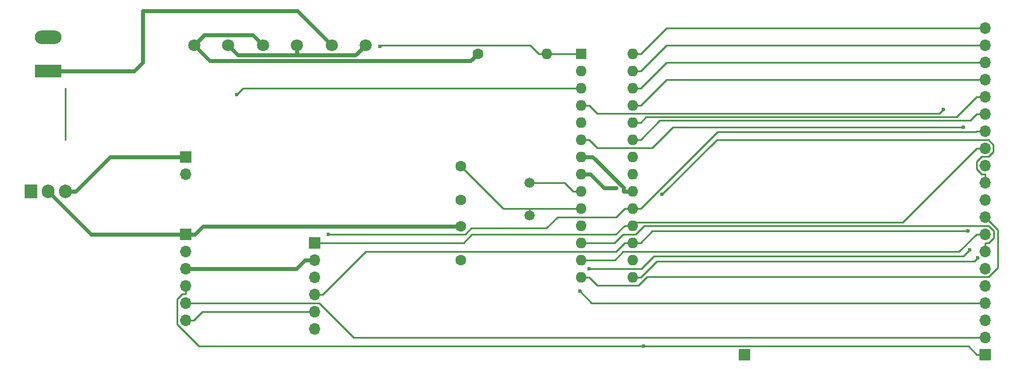
<source format=gbr>
G04 #@! TF.FileFunction,Copper,L1,Top,Signal*
%FSLAX46Y46*%
G04 Gerber Fmt 4.6, Leading zero omitted, Abs format (unit mm)*
G04 Created by KiCad (PCBNEW 4.0.7) date 05/27/25 23:51:34*
%MOMM*%
%LPD*%
G01*
G04 APERTURE LIST*
%ADD10C,0.100000*%
%ADD11R,1.700000X1.700000*%
%ADD12O,1.700000X1.700000*%
%ADD13C,1.800000*%
%ADD14C,1.600000*%
%ADD15R,3.960000X1.980000*%
%ADD16O,3.960000X1.980000*%
%ADD17R,1.600000X1.600000*%
%ADD18O,1.600000X1.600000*%
%ADD19R,1.905000X2.000000*%
%ADD20O,1.905000X2.000000*%
%ADD21C,1.500000*%
%ADD22C,0.600000*%
%ADD23C,0.250000*%
%ADD24C,0.600000*%
G04 APERTURE END LIST*
D10*
D11*
X185420000Y-152400000D03*
X102870000Y-123190000D03*
D12*
X102870000Y-125730000D03*
D13*
X114300000Y-106680000D03*
X119300000Y-106680000D03*
X124460000Y-106680000D03*
X129460000Y-106680000D03*
X104140000Y-106680000D03*
X109140000Y-106680000D03*
D14*
X143510000Y-138430000D03*
X143510000Y-133430000D03*
X143510000Y-129540000D03*
X143510000Y-124540000D03*
D15*
X82550000Y-110490000D03*
D16*
X82550000Y-105490000D03*
D17*
X161290000Y-107950000D03*
D18*
X168910000Y-140970000D03*
X161290000Y-110490000D03*
X168910000Y-138430000D03*
X161290000Y-113030000D03*
X168910000Y-135890000D03*
X161290000Y-115570000D03*
X168910000Y-133350000D03*
X161290000Y-118110000D03*
X168910000Y-130810000D03*
X161290000Y-120650000D03*
X168910000Y-128270000D03*
X161290000Y-123190000D03*
X168910000Y-125730000D03*
X161290000Y-125730000D03*
X168910000Y-123190000D03*
X161290000Y-128270000D03*
X168910000Y-120650000D03*
X161290000Y-130810000D03*
X168910000Y-118110000D03*
X161290000Y-133350000D03*
X168910000Y-115570000D03*
X161290000Y-135890000D03*
X168910000Y-113030000D03*
X161290000Y-138430000D03*
X168910000Y-110490000D03*
X161290000Y-140970000D03*
X168910000Y-107950000D03*
D19*
X80010000Y-128270000D03*
D20*
X82550000Y-128270000D03*
X85090000Y-128270000D03*
D11*
X121920000Y-135890000D03*
D12*
X121920000Y-138430000D03*
X121920000Y-140970000D03*
X121920000Y-143510000D03*
X121920000Y-146050000D03*
X121920000Y-148590000D03*
D21*
X153670000Y-127000000D03*
X153670000Y-131880000D03*
D11*
X220980000Y-152400000D03*
D12*
X220980000Y-149860000D03*
X220980000Y-147320000D03*
X220980000Y-144780000D03*
X220980000Y-142240000D03*
X220980000Y-139700000D03*
X220980000Y-137160000D03*
X220980000Y-134620000D03*
X220980000Y-132080000D03*
X220980000Y-129540000D03*
X220980000Y-127000000D03*
X220980000Y-124460000D03*
X220980000Y-121920000D03*
X220980000Y-119380000D03*
X220980000Y-116840000D03*
X220980000Y-114300000D03*
X220980000Y-111760000D03*
X220980000Y-109220000D03*
X220980000Y-106680000D03*
X220980000Y-104140000D03*
D14*
X146050000Y-107950000D03*
D18*
X156210000Y-107950000D03*
D11*
X102870000Y-134620000D03*
D12*
X102870000Y-137160000D03*
X102870000Y-139700000D03*
X102870000Y-142240000D03*
X102870000Y-144780000D03*
X102870000Y-147320000D03*
D22*
X166455800Y-127813500D03*
X131580400Y-106891900D03*
X219882400Y-138109000D03*
X170513400Y-151166100D03*
X173289200Y-128761600D03*
X110440300Y-113969700D03*
X218484700Y-134144400D03*
X214789300Y-116205000D03*
X161124100Y-143071200D03*
X124000900Y-134663100D03*
X217770700Y-118784000D03*
X218699600Y-136956000D03*
X162485500Y-139743500D03*
D23*
X85090000Y-114300000D02*
X85090000Y-113030000D01*
X85090000Y-113030000D02*
X85090000Y-120650000D01*
D24*
X168910000Y-128270000D02*
X167558100Y-128270000D01*
X161290000Y-123190000D02*
X162641900Y-123190000D01*
X91674400Y-123190000D02*
X102870000Y-123190000D01*
X86594400Y-128270000D02*
X91674400Y-123190000D01*
X85090000Y-128270000D02*
X86594400Y-128270000D01*
X119248100Y-139700000D02*
X120518100Y-138430000D01*
X102870000Y-139700000D02*
X119248100Y-139700000D01*
X121920000Y-138430000D02*
X120518100Y-138430000D01*
X106477100Y-109017100D02*
X104140000Y-106680000D01*
X144982900Y-109017100D02*
X106477100Y-109017100D01*
X146050000Y-107950000D02*
X144982900Y-109017100D01*
X112814600Y-105194600D02*
X114300000Y-106680000D01*
X105625400Y-105194600D02*
X112814600Y-105194600D01*
X104140000Y-106680000D02*
X105625400Y-105194600D01*
X163037100Y-123190000D02*
X162641900Y-123190000D01*
X167558100Y-127711000D02*
X163037100Y-123190000D01*
X167558100Y-128270000D02*
X167558100Y-127711000D01*
X88900000Y-134620000D02*
X82550000Y-128270000D01*
X102870000Y-134620000D02*
X88900000Y-134620000D01*
X105461900Y-133430000D02*
X104271900Y-134620000D01*
X143510000Y-133430000D02*
X105461900Y-133430000D01*
X102870000Y-134620000D02*
X104271900Y-134620000D01*
X119300000Y-106680000D02*
X119300000Y-108162700D01*
X127977300Y-108162700D02*
X119300000Y-108162700D01*
X129460000Y-106680000D02*
X127977300Y-108162700D01*
X110622700Y-108162700D02*
X109140000Y-106680000D01*
X119300000Y-108162700D02*
X110622700Y-108162700D01*
X164725400Y-127813500D02*
X162641900Y-125730000D01*
X166455800Y-127813500D02*
X164725400Y-127813500D01*
X161290000Y-125730000D02*
X162641900Y-125730000D01*
X82550000Y-110490000D02*
X95250000Y-110490000D01*
X119380000Y-101600000D02*
X124460000Y-106680000D01*
X96520000Y-101600000D02*
X119380000Y-101600000D01*
X96520000Y-109220000D02*
X96520000Y-101600000D01*
X95250000Y-110490000D02*
X96520000Y-109220000D01*
D23*
X158843100Y-127000000D02*
X160113100Y-128270000D01*
X153670000Y-127000000D02*
X158843100Y-127000000D01*
X161290000Y-128270000D02*
X160113100Y-128270000D01*
X161290000Y-130810000D02*
X160113100Y-130810000D01*
X149780000Y-130810000D02*
X153670000Y-130810000D01*
X143510000Y-124540000D02*
X149780000Y-130810000D01*
X153670000Y-130810000D02*
X160113100Y-130810000D01*
X153670000Y-131880000D02*
X153670000Y-130810000D01*
X156210000Y-107950000D02*
X161290000Y-107950000D01*
X105366900Y-146050000D02*
X104096900Y-147320000D01*
X121920000Y-146050000D02*
X105366900Y-146050000D01*
X102870000Y-147320000D02*
X104096900Y-147320000D01*
X153815900Y-106732800D02*
X155033100Y-107950000D01*
X131739500Y-106732800D02*
X153815900Y-106732800D01*
X131580400Y-106891900D02*
X131739500Y-106732800D01*
X156210000Y-107950000D02*
X155033100Y-107950000D01*
X131580400Y-106891900D02*
X131739500Y-106732800D01*
X131739500Y-106732800D02*
X131580400Y-106891900D01*
X168910000Y-140970000D02*
X170086900Y-140970000D01*
X219380500Y-138610900D02*
X219882400Y-138109000D01*
X172446000Y-138610900D02*
X219380500Y-138610900D01*
X170086900Y-140970000D02*
X172446000Y-138610900D01*
X218519200Y-151166100D02*
X170513400Y-151166100D01*
X219753100Y-152400000D02*
X218519200Y-151166100D01*
X220980000Y-152400000D02*
X219753100Y-152400000D01*
X104877600Y-151166100D02*
X170513400Y-151166100D01*
X101623700Y-147912200D02*
X104877600Y-151166100D01*
X101623700Y-144253100D02*
X101623700Y-147912200D01*
X102409900Y-143466900D02*
X101623700Y-144253100D01*
X102870000Y-143466900D02*
X102409900Y-143466900D01*
X102870000Y-142240000D02*
X102870000Y-143466900D01*
X181357700Y-120693100D02*
X173289200Y-128761600D01*
X221488200Y-120693100D02*
X181357700Y-120693100D01*
X222206900Y-121411800D02*
X221488200Y-120693100D01*
X222206900Y-122428200D02*
X222206900Y-121411800D01*
X221488200Y-123146900D02*
X222206900Y-122428200D01*
X220471600Y-123146900D02*
X221488200Y-123146900D01*
X219741800Y-123876700D02*
X220471600Y-123146900D01*
X219741800Y-124995000D02*
X219741800Y-123876700D01*
X220519900Y-125773100D02*
X219741800Y-124995000D01*
X220980000Y-125773100D02*
X220519900Y-125773100D01*
X220980000Y-127000000D02*
X220980000Y-125773100D01*
X173289200Y-128761600D02*
X173362500Y-128761600D01*
X173362500Y-128761600D02*
X173289200Y-128761600D01*
X111380000Y-113030000D02*
X110440300Y-113969700D01*
X161290000Y-113030000D02*
X111380000Y-113030000D01*
X110440300Y-113969700D02*
X111380000Y-113030000D01*
X111380000Y-113030000D02*
X110440300Y-113969700D01*
X122645000Y-144780000D02*
X102870000Y-144780000D01*
X127725000Y-149860000D02*
X122645000Y-144780000D01*
X220980000Y-149860000D02*
X127725000Y-149860000D01*
X166463100Y-137160000D02*
X167733100Y-135890000D01*
X129496900Y-137160000D02*
X166463100Y-137160000D01*
X123146900Y-143510000D02*
X129496900Y-137160000D01*
X121920000Y-143510000D02*
X123146900Y-143510000D01*
X168910000Y-135890000D02*
X167733100Y-135890000D01*
X171832500Y-134144400D02*
X170086900Y-135890000D01*
X218484700Y-134144400D02*
X171832500Y-134144400D01*
X168910000Y-135890000D02*
X170086900Y-135890000D01*
X163657500Y-116760600D02*
X162466900Y-115570000D01*
X214233700Y-116760600D02*
X163657500Y-116760600D01*
X214789300Y-116205000D02*
X214233700Y-116760600D01*
X161290000Y-115570000D02*
X162466900Y-115570000D01*
X214789300Y-116205000D02*
X214372600Y-116621700D01*
X214372600Y-116621700D02*
X214789300Y-116205000D01*
X220980000Y-121920000D02*
X219753100Y-121920000D01*
X168910000Y-133350000D02*
X167733100Y-133350000D01*
X121920000Y-135890000D02*
X123146900Y-135890000D01*
X166420000Y-134663100D02*
X167733100Y-133350000D01*
X145145100Y-134663100D02*
X166420000Y-134663100D01*
X143918200Y-135890000D02*
X145145100Y-134663100D01*
X123146900Y-135890000D02*
X143918200Y-135890000D01*
X169411900Y-132848100D02*
X168910000Y-133350000D01*
X208825000Y-132848100D02*
X169411900Y-132848100D01*
X219753100Y-121920000D02*
X208825000Y-132848100D01*
X162832900Y-144780000D02*
X220980000Y-144780000D01*
X161124100Y-143071200D02*
X162832900Y-144780000D01*
X161124100Y-143071200D02*
X162832900Y-144780000D01*
X162832900Y-144780000D02*
X161124100Y-143071200D01*
X168910000Y-130810000D02*
X169498500Y-130810000D01*
X169498500Y-130810000D02*
X170086900Y-130810000D01*
X219672200Y-119460900D02*
X219753100Y-119380000D01*
X181436000Y-119460900D02*
X219672200Y-119460900D01*
X170086900Y-130810000D02*
X181436000Y-119460900D01*
X220980000Y-119380000D02*
X219753100Y-119380000D01*
X166463000Y-132080100D02*
X167733100Y-130810000D01*
X157797600Y-132080100D02*
X166463000Y-132080100D01*
X156116700Y-133761000D02*
X157797600Y-132080100D01*
X145087100Y-133761000D02*
X156116700Y-133761000D01*
X144185000Y-134663100D02*
X145087100Y-133761000D01*
X124000900Y-134663100D02*
X144185000Y-134663100D01*
X168910000Y-130810000D02*
X167733100Y-130810000D01*
X163657500Y-121840600D02*
X162466900Y-120650000D01*
X171821900Y-121840600D02*
X163657500Y-121840600D01*
X174878500Y-118784000D02*
X171821900Y-121840600D01*
X217770700Y-118784000D02*
X174878500Y-118784000D01*
X161290000Y-120650000D02*
X162466900Y-120650000D01*
X168910000Y-120650000D02*
X170086900Y-120650000D01*
X220980000Y-116840000D02*
X219753100Y-116840000D01*
X218791400Y-117801700D02*
X219753100Y-116840000D01*
X172935200Y-117801700D02*
X218791400Y-117801700D01*
X170086900Y-120650000D02*
X172935200Y-117801700D01*
X170897100Y-117299800D02*
X170086900Y-118110000D01*
X216753300Y-117299800D02*
X170897100Y-117299800D01*
X219753100Y-114300000D02*
X216753300Y-117299800D01*
X168910000Y-118110000D02*
X170086900Y-118110000D01*
X220980000Y-114300000D02*
X219753100Y-114300000D01*
X170182600Y-139743500D02*
X162584500Y-139743500D01*
X172067200Y-137858900D02*
X170182600Y-139743500D01*
X217796700Y-137858900D02*
X172067200Y-137858900D01*
X218699600Y-136956000D02*
X217796700Y-137858900D01*
X162584500Y-139743500D02*
X162485500Y-139743500D01*
X218699600Y-136956000D02*
X218462500Y-137193100D01*
X218462500Y-137193100D02*
X218699600Y-136956000D01*
X220980000Y-111760000D02*
X219753100Y-111760000D01*
X173896900Y-111760000D02*
X170086900Y-115570000D01*
X219753100Y-111760000D02*
X173896900Y-111760000D01*
X168910000Y-115570000D02*
X170086900Y-115570000D01*
X220980000Y-137160000D02*
X220980000Y-135933100D01*
X221488400Y-135933100D02*
X220980000Y-135933100D01*
X222294600Y-135126900D02*
X221488400Y-135933100D01*
X222294600Y-134117300D02*
X222294600Y-135126900D01*
X221527300Y-133350000D02*
X222294600Y-134117300D01*
X170629700Y-133350000D02*
X221527300Y-133350000D01*
X169359700Y-134620000D02*
X170629700Y-133350000D01*
X167482800Y-134620000D02*
X169359700Y-134620000D01*
X166212800Y-135890000D02*
X167482800Y-134620000D01*
X161290000Y-135890000D02*
X166212800Y-135890000D01*
X168910000Y-113030000D02*
X170086900Y-113030000D01*
X173896900Y-109220000D02*
X220980000Y-109220000D01*
X170086900Y-113030000D02*
X173896900Y-109220000D01*
X217139900Y-137233200D02*
X219753100Y-134620000D01*
X167520700Y-137233200D02*
X217139900Y-137233200D01*
X166323900Y-138430000D02*
X167520700Y-137233200D01*
X161290000Y-138430000D02*
X166323900Y-138430000D01*
X220980000Y-134620000D02*
X219753100Y-134620000D01*
X173896900Y-106680000D02*
X220980000Y-106680000D01*
X170086900Y-110490000D02*
X173896900Y-106680000D01*
X168910000Y-110490000D02*
X170086900Y-110490000D01*
X163714500Y-142217600D02*
X162466900Y-140970000D01*
X169762900Y-142217600D02*
X163714500Y-142217600D01*
X171053600Y-140926900D02*
X169762900Y-142217600D01*
X221488200Y-140926900D02*
X171053600Y-140926900D01*
X222859400Y-139555700D02*
X221488200Y-140926900D01*
X222859400Y-133959400D02*
X222859400Y-139555700D01*
X220980000Y-132080000D02*
X222859400Y-133959400D01*
X161290000Y-140970000D02*
X162466900Y-140970000D01*
X173896900Y-104140000D02*
X220980000Y-104140000D01*
X170086900Y-107950000D02*
X173896900Y-104140000D01*
X168910000Y-107950000D02*
X170086900Y-107950000D01*
M02*

</source>
